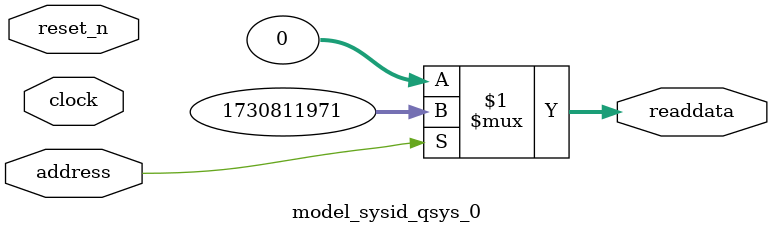
<source format=v>



// synthesis translate_off
`timescale 1ns / 1ps
// synthesis translate_on

// turn off superfluous verilog processor warnings 
// altera message_level Level1 
// altera message_off 10034 10035 10036 10037 10230 10240 10030 

module model_sysid_qsys_0 (
               // inputs:
                address,
                clock,
                reset_n,

               // outputs:
                readdata
             )
;

  output  [ 31: 0] readdata;
  input            address;
  input            clock;
  input            reset_n;

  wire    [ 31: 0] readdata;
  //control_slave, which is an e_avalon_slave
  assign readdata = address ? 1730811971 : 0;

endmodule



</source>
